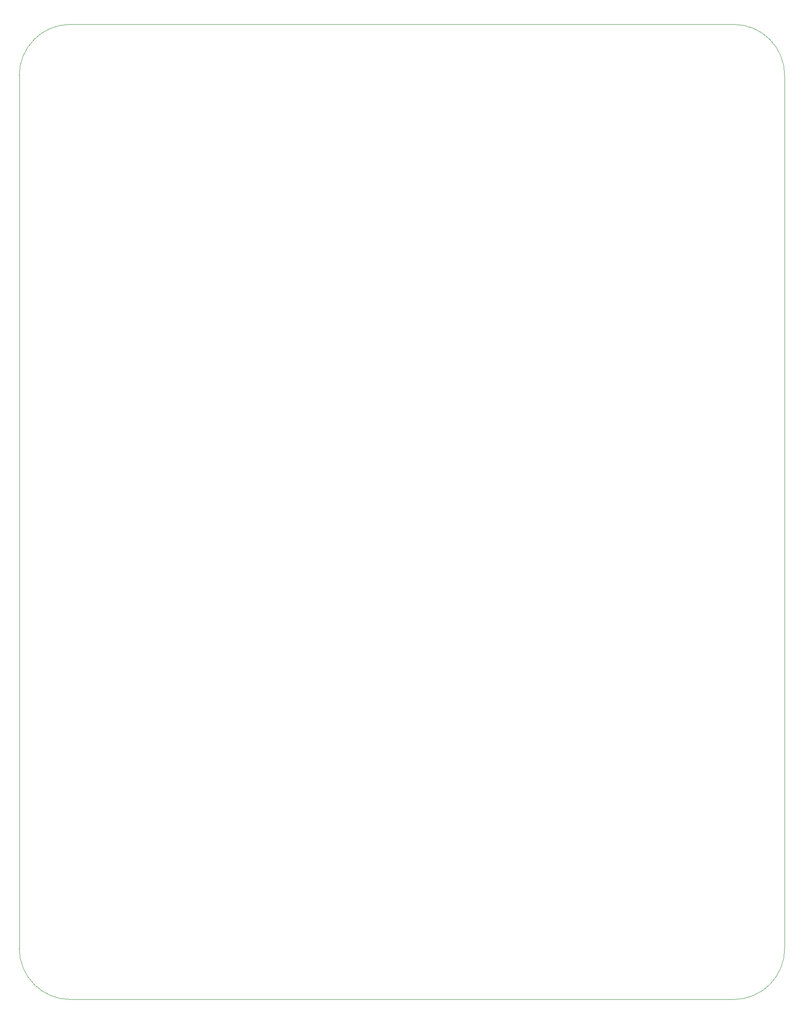
<source format=gbr>
%TF.GenerationSoftware,KiCad,Pcbnew,(5.1.9)-1*%
%TF.CreationDate,2021-09-09T23:53:42+02:00*%
%TF.ProjectId,SwitchBox,53776974-6368-4426-9f78-2e6b69636164,rev?*%
%TF.SameCoordinates,Original*%
%TF.FileFunction,Profile,NP*%
%FSLAX46Y46*%
G04 Gerber Fmt 4.6, Leading zero omitted, Abs format (unit mm)*
G04 Created by KiCad (PCBNEW (5.1.9)-1) date 2021-09-09 23:53:42*
%MOMM*%
%LPD*%
G01*
G04 APERTURE LIST*
%TA.AperFunction,Profile*%
%ADD10C,0.050000*%
%TD*%
G04 APERTURE END LIST*
D10*
X181290000Y-212370000D02*
X181290000Y-41370000D01*
X41290000Y-222370000D02*
X171290000Y-222370000D01*
X31290000Y-41370000D02*
X31290000Y-212370000D01*
X171290000Y-31370000D02*
X41290000Y-31370000D01*
X41290000Y-222370000D02*
G75*
G02*
X31290000Y-212370000I0J10000000D01*
G01*
X181290000Y-212370000D02*
G75*
G02*
X171290000Y-222370000I-10000000J0D01*
G01*
X171290000Y-31370000D02*
G75*
G02*
X181290000Y-41370000I0J-10000000D01*
G01*
X31290000Y-41370000D02*
G75*
G02*
X41290000Y-31370000I10000000J0D01*
G01*
M02*

</source>
